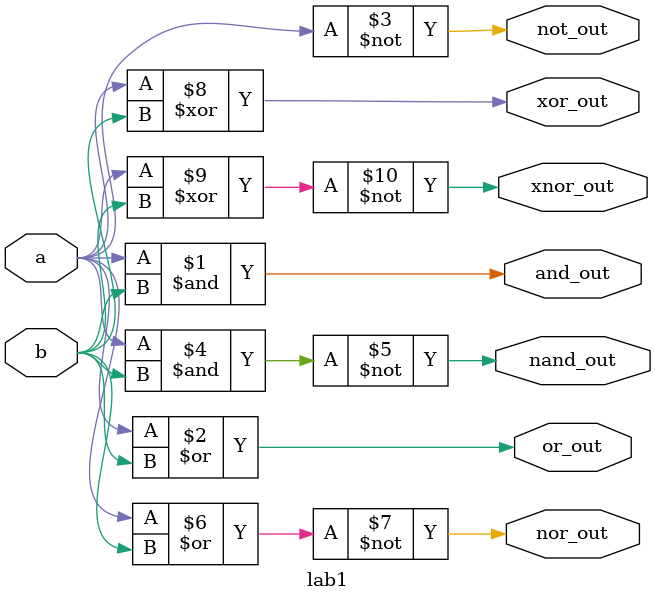
<source format=v>
module lab1 (
    input a, b,      // inputs
    output and_out,
    output or_out,
    output not_out,
    output nand_out,
    output nor_out,
    output xor_out,
    output xnor_out
);

    assign and_out  = a & b;   // AND gate
    assign or_out   = a | b;   // OR gate
    assign not_out  = ~a;      // NOT gate (unary)
    assign nand_out = ~(a & b);// NAND gate
    assign nor_out  = ~(a | b);// NOR gate
    assign xor_out  = a ^ b;   // XOR gate
    assign xnor_out = ~(a ^ b);// XNOR gate

endmodule
</source>
